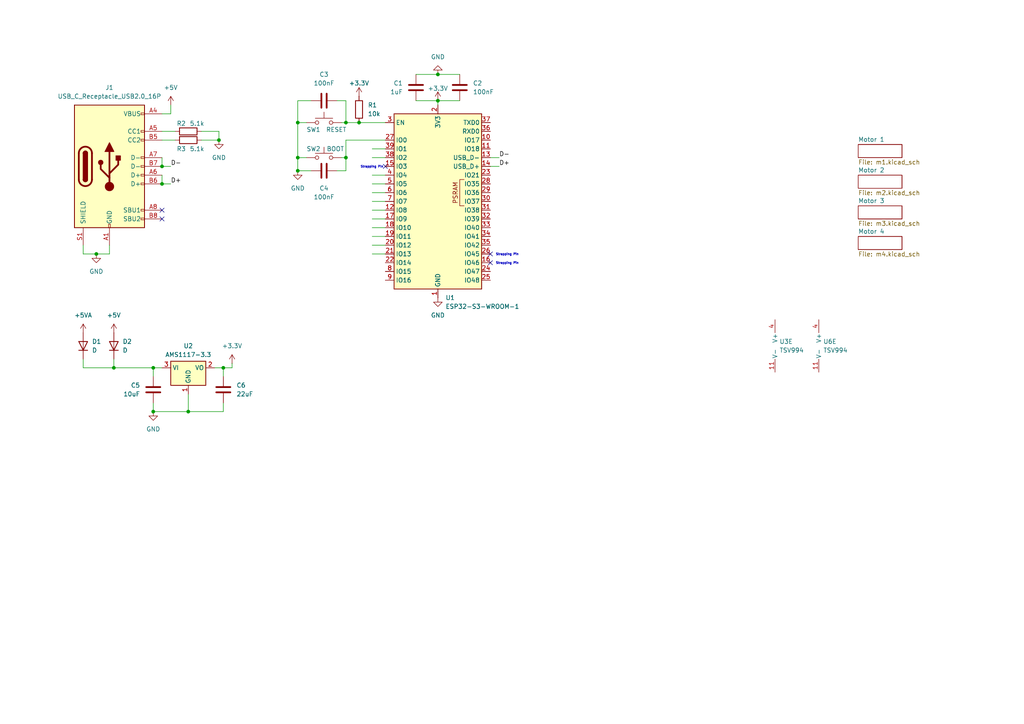
<source format=kicad_sch>
(kicad_sch (version 20231120) (generator "eeschema") (generator_version "8.0")
  (paper "A4")
  (lib_symbols
    (symbol "Amplifier_Operational:TSV994" (pin_names (offset 0.127))
      (property "Reference" "U" (at 0 5.08 0))
      (property "Value" "TSV994" (at 0 -5.08 0))
      (symbol "TSV994_1_1"
        (polyline (pts (xy -5.08 5.08) (xy 5.08 0) (xy -5.08 -5.08) (xy -5.08 5.08)) (stroke (width 0.254)) (fill (type background)))
        (pin output line (at 7.62 0 180) (length 2.54) (name "~") (number "1"))
        (pin input line (at -7.62 -2.54 0) (length 2.54) (name "-") (number "2"))
        (pin input line (at -7.62 2.54 0) (length 2.54) (name "+") (number "3"))
      )
      (symbol "TSV994_2_1"
        (polyline (pts (xy -5.08 5.08) (xy 5.08 0) (xy -5.08 -5.08) (xy -5.08 5.08)) (stroke (width 0.254)) (fill (type background)))
        (pin input line (at -7.62 2.54 0) (length 2.54) (name "+") (number "5"))
        (pin input line (at -7.62 -2.54 0) (length 2.54) (name "-") (number "6"))
        (pin output line (at 7.62 0 180) (length 2.54) (name "~") (number "7"))
      )
      (symbol "TSV994_3_1"
        (polyline (pts (xy -5.08 5.08) (xy 5.08 0) (xy -5.08 -5.08) (xy -5.08 5.08)) (stroke (width 0.254)) (fill (type background)))
        (pin input line (at -7.62 2.54 0) (length 2.54) (name "+") (number "10"))
        (pin output line (at 7.62 0 180) (length 2.54) (name "~") (number "8"))
        (pin input line (at -7.62 -2.54 0) (length 2.54) (name "-") (number "9"))
      )
      (symbol "TSV994_4_1"
        (polyline (pts (xy -5.08 5.08) (xy 5.08 0) (xy -5.08 -5.08) (xy -5.08 5.08)) (stroke (width 0.254)) (fill (type background)))
        (pin input line (at -7.62 2.54 0) (length 2.54) (name "+") (number "12"))
        (pin input line (at -7.62 -2.54 0) (length 2.54) (name "-") (number "13"))
        (pin output line (at 7.62 0 180) (length 2.54) (name "~") (number "14"))
      )
      (symbol "TSV994_5_1"
        (pin power_in line (at -2.54 -7.62 90) (length 3.81) (name "V-") (number "11"))
        (pin power_in line (at -2.54 7.62 270) (length 3.81) (name "V+") (number "4"))
      )
    )
    (symbol "Connector:USB_C_Receptacle_USB2.0_16P" (pin_names (offset 1.016))
      (property "Reference" "J" (at 0 22.225 0))
      (property "Value" "USB_C_Receptacle_USB2.0_16P" (at 0 19.685 0))
      (symbol "USB_C_Receptacle_USB2.0_16P_0_0"
        (rectangle (start -0.254 -17.78) (end 0.254 -16.764))
        (rectangle (start 10.16 -14.986) (end 9.144 -15.494))
        (rectangle (start 10.16 -12.446) (end 9.144 -12.954))
        (rectangle (start 10.16 -4.826) (end 9.144 -5.334))
        (rectangle (start 10.16 -2.286) (end 9.144 -2.794))
        (rectangle (start 10.16 0.254) (end 9.144 -0.254))
        (rectangle (start 10.16 2.794) (end 9.144 2.286))
        (rectangle (start 10.16 7.874) (end 9.144 7.366))
        (rectangle (start 10.16 10.414) (end 9.144 9.906))
        (rectangle (start 10.16 15.494) (end 9.144 14.986))
      )
      (symbol "USB_C_Receptacle_USB2.0_16P_0_1"
        (rectangle (start -10.16 17.78) (end 10.16 -17.78) (stroke (width 0.254)) (fill (type background)))
        (arc (start -8.89 -3.81) (mid -6.985 -5.7067) (end -5.08 -3.81) (stroke (width 0.508)))
        (arc (start -7.62 -3.81) (mid -6.985 -4.4423) (end -6.35 -3.81) (stroke (width 0.254)))
        (arc (start -7.62 -3.81) (mid -6.985 -4.4423) (end -6.35 -3.81) (stroke (width 0.254)) (fill (type outline)))
        (rectangle (start -7.62 -3.81) (end -6.35 3.81) (stroke (width 0.254)) (fill (type outline)))
        (arc (start -6.35 3.81) (mid -6.985 4.4423) (end -7.62 3.81) (stroke (width 0.254)))
        (arc (start -6.35 3.81) (mid -6.985 4.4423) (end -7.62 3.81) (stroke (width 0.254)) (fill (type outline)))
        (arc (start -5.08 3.81) (mid -6.985 5.7067) (end -8.89 3.81) (stroke (width 0.508)))
        (circle (center -2.54 1.143) (radius 0.635) (stroke (width 0.254)) (fill (type outline)))
        (circle (center 0 -5.842) (radius 1.27) (fill (type outline)))
        (polyline (pts (xy -8.89 -3.81) (xy -8.89 3.81)) (stroke (width 0.508)))
        (polyline (pts (xy -5.08 3.81) (xy -5.08 -3.81)) (stroke (width 0.508)))
        (polyline (pts (xy 0 -5.842) (xy 0 4.318)) (stroke (width 0.508)))
        (polyline (pts (xy 0 -3.302) (xy -2.54 -0.762) (xy -2.54 0.508)) (stroke (width 0.508)))
        (polyline (pts (xy 0 -2.032) (xy 2.54 0.508) (xy 2.54 1.778)) (stroke (width 0.508)))
        (polyline (pts (xy -1.27 4.318) (xy 0 6.858) (xy 1.27 4.318) (xy -1.27 4.318)) (stroke (width 0.254)) (fill (type outline)))
        (rectangle (start 1.905 1.778) (end 3.175 3.048) (stroke (width 0.254)) (fill (type outline)))
      )
      (symbol "USB_C_Receptacle_USB2.0_16P_1_1"
        (pin passive line (at 0 -22.86 90) (length 5.08) (name "GND") (number "A1"))
        (pin passive line (at 0 -22.86 90) (length 5.08) hide (name "GND") (number "A12"))
        (pin passive line (at 15.24 15.24 180) (length 5.08) (name "VBUS") (number "A4"))
        (pin bidirectional line (at 15.24 10.16 180) (length 5.08) (name "CC1") (number "A5"))
        (pin bidirectional line (at 15.24 -2.54 180) (length 5.08) (name "D+") (number "A6"))
        (pin bidirectional line (at 15.24 2.54 180) (length 5.08) (name "D-") (number "A7"))
        (pin bidirectional line (at 15.24 -12.7 180) (length 5.08) (name "SBU1") (number "A8"))
        (pin passive line (at 15.24 15.24 180) (length 5.08) hide (name "VBUS") (number "A9"))
        (pin passive line (at 0 -22.86 90) (length 5.08) hide (name "GND") (number "B1"))
        (pin passive line (at 0 -22.86 90) (length 5.08) hide (name "GND") (number "B12"))
        (pin passive line (at 15.24 15.24 180) (length 5.08) hide (name "VBUS") (number "B4"))
        (pin bidirectional line (at 15.24 7.62 180) (length 5.08) (name "CC2") (number "B5"))
        (pin bidirectional line (at 15.24 -5.08 180) (length 5.08) (name "D+") (number "B6"))
        (pin bidirectional line (at 15.24 0 180) (length 5.08) (name "D-") (number "B7"))
        (pin bidirectional line (at 15.24 -15.24 180) (length 5.08) (name "SBU2") (number "B8"))
        (pin passive line (at 15.24 15.24 180) (length 5.08) hide (name "VBUS") (number "B9"))
        (pin passive line (at -7.62 -22.86 90) (length 5.08) (name "SHIELD") (number "S1"))
      )
    )
    (symbol "Device:C" (pin_numbers hide) (pin_names (offset 0.254))
      (property "Reference" "C" (at 0.635 2.54 0))
      (property "Value" "C" (at 0.635 -2.54 0))
      (symbol "C_0_1"
        (polyline (pts (xy -2.032 -0.762) (xy 2.032 -0.762)) (stroke (width 0.508)))
        (polyline (pts (xy -2.032 0.762) (xy 2.032 0.762)) (stroke (width 0.508)))
      )
      (symbol "C_1_1"
        (pin passive line (at 0 3.81 270) (length 2.794) (name "~") (number "1"))
        (pin passive line (at 0 -3.81 90) (length 2.794) (name "~") (number "2"))
      )
    )
    (symbol "Device:D" (pin_numbers hide) (pin_names (offset 1.016) hide)
      (property "Reference" "D" (at 0 2.54 0))
      (property "Value" "D" (at 0 -2.54 0))
      (symbol "D_0_1"
        (polyline (pts (xy -1.27 1.27) (xy -1.27 -1.27)) (stroke (width 0.254)))
        (polyline (pts (xy 1.27 0) (xy -1.27 0)))
        (polyline (pts (xy 1.27 1.27) (xy 1.27 -1.27) (xy -1.27 0) (xy 1.27 1.27)) (stroke (width 0.254)))
      )
      (symbol "D_1_1"
        (pin passive line (at -3.81 0 0) (length 2.54) (name "K") (number "1"))
        (pin passive line (at 3.81 0 180) (length 2.54) (name "A") (number "2"))
      )
    )
    (symbol "Device:R" (pin_numbers hide) (pin_names (offset 0))
      (property "Reference" "R" (at 2.032 0 90))
      (property "Value" "R" (at 0 0 90))
      (symbol "R_0_1"
        (rectangle (start -1.016 -2.54) (end 1.016 2.54) (stroke (width 0.254)))
      )
      (symbol "R_1_1"
        (pin passive line (at 0 3.81 270) (length 1.27) (name "~") (number "1"))
        (pin passive line (at 0 -3.81 90) (length 1.27) (name "~") (number "2"))
      )
    )
    (symbol "RF_Module:ESP32-S3-WROOM-1"
      (property "Reference" "U" (at -12.7 26.67 0))
      (property "Value" "ESP32-S3-WROOM-1" (at 12.7 26.67 0))
      (symbol "ESP32-S3-WROOM-1_0_0"
        (rectangle (start -12.7 25.4) (end 12.7 -25.4) (stroke (width 0.254)) (fill (type background)))
        (text "PSRAM" (at 5.08 2.54 900) (effects (font (size 1.27 1.27))))
      )
      (symbol "ESP32-S3-WROOM-1_0_1"
        (polyline (pts (xy 7.62 -1.27) (xy 6.35 -1.27) (xy 6.35 6.35) (xy 7.62 6.35)))
      )
      (symbol "ESP32-S3-WROOM-1_1_1"
        (pin power_in line (at 0 -27.94 90) (length 2.54) (name "GND") (number "1"))
        (pin bidirectional line (at 15.24 17.78 180) (length 2.54) (name "IO17") (number "10"))
        (pin bidirectional line (at 15.24 15.24 180) (length 2.54) (name "IO18") (number "11"))
        (pin bidirectional line (at -15.24 -2.54 0) (length 2.54) (name "IO8") (number "12"))
        (pin bidirectional line (at 15.24 12.7 180) (length 2.54) (name "USB_D-") (number "13"))
        (pin bidirectional line (at 15.24 10.16 180) (length 2.54) (name "USB_D+") (number "14"))
        (pin bidirectional line (at -15.24 10.16 0) (length 2.54) (name "IO3") (number "15"))
        (pin bidirectional line (at 15.24 -17.78 180) (length 2.54) (name "IO46") (number "16"))
        (pin bidirectional line (at -15.24 -5.08 0) (length 2.54) (name "IO9") (number "17"))
        (pin bidirectional line (at -15.24 -7.62 0) (length 2.54) (name "IO10") (number "18"))
        (pin bidirectional line (at -15.24 -10.16 0) (length 2.54) (name "IO11") (number "19"))
        (pin power_in line (at 0 27.94 270) (length 2.54) (name "3V3") (number "2"))
        (pin bidirectional line (at -15.24 -12.7 0) (length 2.54) (name "IO12") (number "20"))
        (pin bidirectional line (at -15.24 -15.24 0) (length 2.54) (name "IO13") (number "21"))
        (pin bidirectional line (at -15.24 -17.78 0) (length 2.54) (name "IO14") (number "22"))
        (pin bidirectional line (at 15.24 7.62 180) (length 2.54) (name "IO21") (number "23"))
        (pin bidirectional line (at 15.24 -20.32 180) (length 2.54) (name "IO47") (number "24"))
        (pin bidirectional line (at 15.24 -22.86 180) (length 2.54) (name "IO48") (number "25"))
        (pin bidirectional line (at 15.24 -15.24 180) (length 2.54) (name "IO45") (number "26"))
        (pin bidirectional line (at -15.24 17.78 0) (length 2.54) (name "IO0") (number "27"))
        (pin bidirectional line (at 15.24 5.08 180) (length 2.54) (name "IO35") (number "28"))
        (pin bidirectional line (at 15.24 2.54 180) (length 2.54) (name "IO36") (number "29"))
        (pin input line (at -15.24 22.86 0) (length 2.54) (name "EN") (number "3"))
        (pin bidirectional line (at 15.24 0 180) (length 2.54) (name "IO37") (number "30"))
        (pin bidirectional line (at 15.24 -2.54 180) (length 2.54) (name "IO38") (number "31"))
        (pin bidirectional line (at 15.24 -5.08 180) (length 2.54) (name "IO39") (number "32"))
        (pin bidirectional line (at 15.24 -7.62 180) (length 2.54) (name "IO40") (number "33"))
        (pin bidirectional line (at 15.24 -10.16 180) (length 2.54) (name "IO41") (number "34"))
        (pin bidirectional line (at 15.24 -12.7 180) (length 2.54) (name "IO42") (number "35"))
        (pin bidirectional line (at 15.24 20.32 180) (length 2.54) (name "RXD0") (number "36"))
        (pin bidirectional line (at 15.24 22.86 180) (length 2.54) (name "TXD0") (number "37"))
        (pin bidirectional line (at -15.24 12.7 0) (length 2.54) (name "IO2") (number "38"))
        (pin bidirectional line (at -15.24 15.24 0) (length 2.54) (name "IO1") (number "39"))
        (pin bidirectional line (at -15.24 7.62 0) (length 2.54) (name "IO4") (number "4"))
        (pin passive line (at 0 -27.94 90) (length 2.54) hide (name "GND") (number "40"))
        (pin passive line (at 0 -27.94 90) (length 2.54) hide (name "GND") (number "41"))
        (pin bidirectional line (at -15.24 5.08 0) (length 2.54) (name "IO5") (number "5"))
        (pin bidirectional line (at -15.24 2.54 0) (length 2.54) (name "IO6") (number "6"))
        (pin bidirectional line (at -15.24 0 0) (length 2.54) (name "IO7") (number "7"))
        (pin bidirectional line (at -15.24 -20.32 0) (length 2.54) (name "IO15") (number "8"))
        (pin bidirectional line (at -15.24 -22.86 0) (length 2.54) (name "IO16") (number "9"))
      )
    )
    (symbol "Regulator_Linear:AMS1117-3.3"
      (property "Reference" "U" (at -3.81 3.175 0))
      (property "Value" "AMS1117-3.3" (at 0 3.175 0))
      (symbol "AMS1117-3.3_0_1"
        (rectangle (start -5.08 -5.08) (end 5.08 1.905) (stroke (width 0.254)) (fill (type background)))
      )
      (symbol "AMS1117-3.3_1_1"
        (pin power_in line (at 0 -7.62 90) (length 2.54) (name "GND") (number "1"))
        (pin power_out line (at 7.62 0 180) (length 2.54) (name "VO") (number "2"))
        (pin power_in line (at -7.62 0 0) (length 2.54) (name "VI") (number "3"))
      )
    )
    (symbol "Switch:SW_Push" (pin_numbers hide) (pin_names (offset 1.016) hide)
      (property "Reference" "SW" (at 1.27 2.54 0))
      (property "Value" "SW_Push" (at 0 -1.524 0))
      (symbol "SW_Push_0_1"
        (circle (center -2.032 0) (radius 0.508))
        (polyline (pts (xy 0 1.27) (xy 0 3.048)))
        (polyline (pts (xy 2.54 1.27) (xy -2.54 1.27)))
        (circle (center 2.032 0) (radius 0.508))
        (pin passive line (at -5.08 0 0) (length 2.54) (name "1") (number "1"))
        (pin passive line (at 5.08 0 180) (length 2.54) (name "2") (number "2"))
      )
    )
    (symbol "power:+3.3V" (power) (pin_numbers hide) (pin_names (offset 0) hide)
      (property "Value" "+3.3V" (at 0 3.556 0))
      (symbol "+3.3V_0_1"
        (polyline (pts (xy -0.762 1.27) (xy 0 2.54)))
        (polyline (pts (xy 0 0) (xy 0 2.54)))
        (polyline (pts (xy 0 2.54) (xy 0.762 1.27)))
      )
      (symbol "+3.3V_1_1"
        (pin power_in line (at 0 0 90) (length 0) (name "~") (number "1"))
      )
    )
    (symbol "power:+5V" (power) (pin_numbers hide) (pin_names (offset 0) hide)
      (property "Value" "+5V" (at 0 3.556 0))
      (symbol "+5V_0_1"
        (polyline (pts (xy -0.762 1.27) (xy 0 2.54)))
        (polyline (pts (xy 0 0) (xy 0 2.54)))
        (polyline (pts (xy 0 2.54) (xy 0.762 1.27)))
      )
      (symbol "+5V_1_1"
        (pin power_in line (at 0 0 90) (length 0) (name "~") (number "1"))
      )
    )
    (symbol "power:+5VA" (power) (pin_numbers hide) (pin_names (offset 0) hide)
      (property "Value" "+5VA" (at 0 3.556 0))
      (symbol "+5VA_0_1"
        (polyline (pts (xy -0.762 1.27) (xy 0 2.54)))
        (polyline (pts (xy 0 0) (xy 0 2.54)))
        (polyline (pts (xy 0 2.54) (xy 0.762 1.27)))
      )
      (symbol "+5VA_1_1"
        (pin power_in line (at 0 0 90) (length 0) (name "~") (number "1"))
      )
    )
    (symbol "power:GND" (power) (pin_numbers hide) (pin_names (offset 0) hide)
      (property "Value" "GND" (at 0 -3.81 0))
      (symbol "GND_0_1"
        (polyline (pts (xy 0 0) (xy 0 -1.27) (xy 1.27 -1.27) (xy 0 -2.54) (xy -1.27 -1.27) (xy 0 -1.27)))
      )
      (symbol "GND_1_1"
        (pin power_in line (at 0 0 270) (length 0) (name "~") (number "1"))
      )
    )
  )
  (junction (at 104.14 35.56))
  (junction (at 44.45 106.68))
  (junction (at 63.5 40.64))
  (junction (at 127 29.21))
  (junction (at 127 21.59))
  (junction (at 100.33 45.72))
  (junction (at 86.36 35.56))
  (junction (at 44.45 119.38))
  (junction (at 54.61 119.38))
  (junction (at 86.36 49.53))
  (junction (at 33.02 106.68))
  (junction (at 46.99 48.26))
  (junction (at 27.94 73.66))
  (junction (at 86.36 45.72))
  (junction (at 100.33 35.56))
  (junction (at 46.99 53.34))
  (junction (at 64.77 106.68))
  (no_connect (at 142.24 73.66))
  (no_connect (at 111.76 48.26))
  (no_connect (at 46.99 63.5))
  (no_connect (at 46.99 60.96))
  (no_connect (at 142.24 76.2))
  (wire (pts (xy 104.14 35.56) (xy 111.76 35.56)))
  (wire (pts (xy 97.79 29.21) (xy 100.33 29.21)))
  (wire (pts (xy 46.99 53.34) (xy 49.53 53.34)))
  (wire (pts (xy 86.36 29.21) (xy 86.36 35.56)))
  (wire (pts (xy 58.42 38.1) (xy 63.5 38.1)))
  (wire (pts (xy 33.02 106.68) (xy 44.45 106.68)))
  (wire (pts (xy 100.33 29.21) (xy 100.33 35.56)))
  (wire (pts (xy 120.65 21.59) (xy 127 21.59)))
  (wire (pts (xy 63.5 38.1) (xy 63.5 40.64)))
  (wire (pts (xy 99.06 35.56) (xy 100.33 35.56)))
  (wire (pts (xy 24.13 104.14) (xy 24.13 106.68)))
  (wire (pts (xy 86.36 49.53) (xy 90.17 49.53)))
  (wire (pts (xy 54.61 114.3) (xy 54.61 119.38)))
  (wire (pts (xy 100.33 40.64) (xy 100.33 45.72)))
  (wire (pts (xy 127 21.59) (xy 133.35 21.59)))
  (wire (pts (xy 120.65 29.21) (xy 127 29.21)))
  (wire (pts (xy 33.02 104.14) (xy 33.02 106.68)))
  (wire (pts (xy 97.79 49.53) (xy 100.33 49.53)))
  (wire (pts (xy 54.61 119.38) (xy 64.77 119.38)))
  (wire (pts (xy 46.99 53.34) (xy 46.99 50.8)))
  (wire (pts (xy 67.31 106.68) (xy 67.31 105.41)))
  (wire (pts (xy 31.75 73.66) (xy 31.75 71.12)))
  (wire (pts (xy 107.95 53.34) (xy 111.76 53.34)))
  (wire (pts (xy 111.76 40.64) (xy 100.33 40.64)))
  (wire (pts (xy 44.45 116.84) (xy 44.45 119.38)))
  (wire (pts (xy 100.33 49.53) (xy 100.33 45.72)))
  (wire (pts (xy 107.95 63.5) (xy 111.76 63.5)))
  (wire (pts (xy 88.9 45.72) (xy 86.36 45.72)))
  (wire (pts (xy 58.42 40.64) (xy 63.5 40.64)))
  (wire (pts (xy 144.78 45.72) (xy 142.24 45.72)))
  (wire (pts (xy 44.45 109.22) (xy 44.45 106.68)))
  (wire (pts (xy 24.13 73.66) (xy 27.94 73.66)))
  (wire (pts (xy 46.99 38.1) (xy 50.8 38.1)))
  (wire (pts (xy 86.36 35.56) (xy 86.36 45.72)))
  (wire (pts (xy 46.99 33.02) (xy 49.53 33.02)))
  (wire (pts (xy 46.99 48.26) (xy 46.99 45.72)))
  (wire (pts (xy 107.95 60.96) (xy 111.76 60.96)))
  (wire (pts (xy 86.36 35.56) (xy 88.9 35.56)))
  (wire (pts (xy 44.45 106.68) (xy 46.99 106.68)))
  (wire (pts (xy 64.77 106.68) (xy 67.31 106.68)))
  (wire (pts (xy 107.95 68.58) (xy 111.76 68.58)))
  (wire (pts (xy 107.95 50.8) (xy 111.76 50.8)))
  (wire (pts (xy 64.77 106.68) (xy 64.77 109.22)))
  (wire (pts (xy 144.78 48.26) (xy 142.24 48.26)))
  (wire (pts (xy 107.95 43.18) (xy 111.76 43.18)))
  (wire (pts (xy 127 29.21) (xy 127 30.48)))
  (wire (pts (xy 46.99 40.64) (xy 50.8 40.64)))
  (wire (pts (xy 107.95 71.12) (xy 111.76 71.12)))
  (wire (pts (xy 27.94 73.66) (xy 31.75 73.66)))
  (wire (pts (xy 100.33 35.56) (xy 104.14 35.56)))
  (wire (pts (xy 107.95 58.42) (xy 111.76 58.42)))
  (wire (pts (xy 127 29.21) (xy 133.35 29.21)))
  (wire (pts (xy 62.23 106.68) (xy 64.77 106.68)))
  (wire (pts (xy 46.99 48.26) (xy 49.53 48.26)))
  (wire (pts (xy 24.13 106.68) (xy 33.02 106.68)))
  (wire (pts (xy 107.95 73.66) (xy 111.76 73.66)))
  (wire (pts (xy 64.77 119.38) (xy 64.77 116.84)))
  (wire (pts (xy 44.45 119.38) (xy 54.61 119.38)))
  (wire (pts (xy 86.36 45.72) (xy 86.36 49.53)))
  (wire (pts (xy 49.53 33.02) (xy 49.53 30.48)))
  (wire (pts (xy 24.13 71.12) (xy 24.13 73.66)))
  (wire (pts (xy 86.36 29.21) (xy 90.17 29.21)))
  (wire (pts (xy 107.95 45.72) (xy 111.76 45.72)))
  (wire (pts (xy 107.95 55.88) (xy 111.76 55.88)))
  (wire (pts (xy 99.06 45.72) (xy 100.33 45.72)))
  (wire (pts (xy 107.95 66.04) (xy 111.76 66.04)))
  (text "Strapping Pin" (at 143.764 76.454 0) (effects (font (size 0.635 0.635)) (justify left)))
  (text "Strapping Pin" (at 111.252 48.514 0) (effects (font (size 0.635 0.635)) (justify right)))
  (text "Strapping Pin" (at 143.764 73.914 0) (effects (font (size 0.635 0.635)) (justify left)))
  (label "D-" (at 144.78 45.72 0))
  (label "D+" (at 49.53 53.34 0))
  (label "D-" (at 49.53 48.26 0))
  (label "D+" (at 144.78 48.26 0))
  (symbol (lib_id "Device:C") (at 133.35 25.4 180) (unit 1)
    (property "Reference" "C2" (at 137.16 24.1299 0) (effects (justify right)))
    (property "Value" "100nF" (at 137.16 26.6699 0) (effects (justify right)))
    (property "Description" "Unpolarized capacitor" (effects (hide yes)))
  )
  (symbol (lib_id "power:+3.3V") (at 104.14 27.94 0) (unit 1)
    (property "Reference" "#PWR02" (effects (hide yes)))
    (property "Value" "+3.3V" (at 104.14 24.13 0))
    (property "Description" "Power symbol creates a global label with name \"+3.3V\"" (effects (hide yes)))
  )
  (symbol (lib_id "power:GND") (at 86.36 49.53 0) (unit 1)
    (property "Reference" "#PWR06" (effects (hide yes)))
    (property "Value" "GND" (at 86.36 54.61 0))
    (property "Description" "Power symbol creates a global label with name \"GND\" , ground" (effects (hide yes)))
  )
  (symbol (lib_id "power:+5V") (at 33.02 96.52 0) (unit 1)
    (property "Reference" "#PWR010" (effects (hide yes)))
    (property "Value" "+5V" (at 33.02 91.44 0))
    (property "Description" "Power symbol creates a global label with name \"+5V\"" (effects (hide yes)))
  )
  (symbol (lib_id "Device:D") (at 24.13 100.33 90) (unit 1)
    (property "Reference" "D1" (at 26.67 99.0599 90) (effects (justify right)))
    (property "Value" "D" (at 26.67 101.5999 90) (effects (justify right)))
    (property "Description" "Diode" (effects (hide yes)))
    (property "Sim.Device" "D" (effects (hide yes)))
    (property "Sim.Pins" "1=K 2=A" (effects (hide yes)))
  )
  (symbol (lib_id "power:GND") (at 127 21.59 180) (unit 1)
    (property "Reference" "#PWR01" (effects (hide yes)))
    (property "Value" "GND" (at 127 16.51 0))
    (property "Description" "Power symbol creates a global label with name \"GND\" , ground" (effects (hide yes)))
  )
  (symbol (lib_id "Device:C") (at 44.45 113.03 0) (unit 1)
    (property "Reference" "C5" (at 40.64 111.7599 0) (effects (justify right)))
    (property "Value" "10uF" (at 40.64 114.2999 0) (effects (justify right)))
    (property "Description" "Unpolarized capacitor" (effects (hide yes)))
  )
  (symbol (lib_id "power:+5V") (at 49.53 30.48 0) (unit 1)
    (property "Reference" "#PWR04" (effects (hide yes)))
    (property "Value" "+5V" (at 49.53 25.4 0))
    (property "Description" "Power symbol creates a global label with name \"+5V\"" (effects (hide yes)))
  )
  (symbol (lib_id "power:GND") (at 127 86.36 0) (unit 1)
    (property "Reference" "#PWR08" (effects (hide yes)))
    (property "Value" "GND" (at 127 91.44 0))
    (property "Description" "Power symbol creates a global label with name \"GND\" , ground" (effects (hide yes)))
  )
  (symbol (lib_id "Connector:USB_C_Receptacle_USB2.0_16P") (at 31.75 48.26 0) (unit 1)
    (property "Reference" "J1" (at 31.75 25.4 0))
    (property "Value" "USB_C_Receptacle_USB2.0_16P" (at 31.75 27.94 0))
    (property "Datasheet" "https://www.usb.org/sites/default/files/documents/usb_type-c.zip" (effects (hide yes)))
    (property "Description" "USB 2.0-only 16P Type-C Receptacle connector" (effects (hide yes)))
  )
  (symbol (lib_id "Device:C") (at 93.98 29.21 90) (unit 1)
    (property "Reference" "C3" (at 93.98 21.59 90))
    (property "Value" "100nF" (at 93.98 24.13 90))
    (property "Description" "Unpolarized capacitor" (effects (hide yes)))
  )
  (symbol (lib_id "Device:R") (at 54.61 38.1 90) (unit 1)
    (property "Reference" "R2" (at 52.578 35.814 90))
    (property "Value" "5.1k" (at 57.15 35.814 90))
    (property "Description" "Resistor" (effects (hide yes)))
  )
  (symbol (lib_id "Amplifier_Operational:TSV994") (at 227.33 100.33 0) (unit 5)
    (property "Reference" "U3" (at 226.06 99.0599 0) (effects (justify left)))
    (property "Value" "TSV994" (at 226.06 101.5999 0) (effects (justify left)))
    (property "Datasheet" "https://www.st.com/resource/en/datasheet/tsv994.pdf" (effects (hide yes)))
    (property "Description" "Quad Rail-to-rail, 20 MHz GBP, operational amplifiers, SOIC-14/TSSOP-14" (effects (hide yes)))
  )
  (symbol (lib_id "power:GND") (at 44.45 119.38 0) (unit 1)
    (property "Reference" "#PWR012" (effects (hide yes)))
    (property "Value" "GND" (at 44.45 124.46 0))
    (property "Description" "Power symbol creates a global label with name \"GND\" , ground" (effects (hide yes)))
  )
  (symbol (lib_id "power:+3.3V") (at 127 29.21 0) (unit 1)
    (property "Reference" "#PWR03" (effects (hide yes)))
    (property "Value" "+3.3V" (at 127 25.654 0))
    (property "Description" "Power symbol creates a global label with name \"+3.3V\"" (effects (hide yes)))
  )
  (symbol (lib_id "Device:C") (at 93.98 49.53 270) (unit 1)
    (property "Reference" "C4" (at 93.98 54.61 90))
    (property "Value" "100nF" (at 93.98 57.15 90))
    (property "Description" "Unpolarized capacitor" (effects (hide yes)))
  )
  (symbol (lib_id "Device:D") (at 33.02 100.33 90) (unit 1)
    (property "Reference" "D2" (at 35.56 99.0599 90) (effects (justify right)))
    (property "Value" "D" (at 35.56 101.5999 90) (effects (justify right)))
    (property "Description" "Diode" (effects (hide yes)))
    (property "Sim.Device" "D" (effects (hide yes)))
    (property "Sim.Pins" "1=K 2=A" (effects (hide yes)))
  )
  (symbol (lib_id "Switch:SW_Push") (at 93.98 45.72 0) (unit 1)
    (property "Reference" "SW2" (at 90.932 43.18 0))
    (property "Value" "BOOT" (at 97.282 43.18 0))
    (property "Description" "Push button switch, generic, two pins" (effects (hide yes)))
  )
  (symbol (lib_id "Regulator_Linear:AMS1117-3.3") (at 54.61 106.68 0) (unit 1)
    (property "Reference" "U2" (at 54.61 100.33 0))
    (property "Value" "AMS1117-3.3" (at 54.61 102.87 0))
    (property "Footprint" "Package_TO_SOT_SMD:SOT-223-3_TabPin2" (effects (hide yes)))
    (property "Datasheet" "http://www.advanced-monolithic.com/pdf/ds1117.pdf" (effects (hide yes)))
    (property "Description" "1A Low Dropout regulator, positive, 3.3V fixed output, SOT-223" (effects (hide yes)))
  )
  (symbol (lib_id "power:+5VA") (at 24.13 96.52 0) (unit 1)
    (property "Reference" "#PWR09" (effects (hide yes)))
    (property "Value" "+5VA" (at 24.13 91.44 0))
    (property "Description" "Power symbol creates a global label with name \"+5VA\"" (effects (hide yes)))
  )
  (symbol (lib_id "Amplifier_Operational:TSV994") (at 240.03 100.33 0) (unit 5)
    (property "Reference" "U6" (at 238.76 99.0599 0) (effects (justify left)))
    (property "Value" "TSV994" (at 238.76 101.5999 0) (effects (justify left)))
    (property "Datasheet" "https://www.st.com/resource/en/datasheet/tsv994.pdf" (effects (hide yes)))
    (property "Description" "Quad Rail-to-rail, 20 MHz GBP, operational amplifiers, SOIC-14/TSSOP-14" (effects (hide yes)))
  )
  (symbol (lib_id "Device:C") (at 64.77 113.03 0) (unit 1)
    (property "Reference" "C6" (at 68.58 111.7599 0) (effects (justify left)))
    (property "Value" "22uF" (at 68.58 114.2999 0) (effects (justify left)))
    (property "Description" "Unpolarized capacitor" (effects (hide yes)))
  )
  (symbol (lib_id "Device:C") (at 120.65 25.4 180) (unit 1)
    (property "Reference" "C1" (at 116.84 24.1299 0) (effects (justify left)))
    (property "Value" "1uF" (at 116.84 26.6699 0) (effects (justify left)))
    (property "Description" "Unpolarized capacitor" (effects (hide yes)))
  )
  (symbol (lib_id "RF_Module:ESP32-S3-WROOM-1") (at 127 58.42 0) (unit 1)
    (property "Reference" "U1" (at 129.1941 86.36 0) (effects (justify left)))
    (property "Value" "ESP32-S3-WROOM-1" (at 129.1941 88.9 0) (effects (justify left)))
    (property "Footprint" "RF_Module:ESP32-S3-WROOM-1" (effects (hide yes)))
    (property "Datasheet" "https://www.espressif.com/sites/default/files/documentation/esp32-s3-wroom-1_wroom-1u_datasheet_en.pdf" (effects (hide yes)))
    (property "Description" "RF Module, ESP32-S3 SoC, Wi-Fi 802.11b/g/n, Bluetooth, BLE, 32-bit, 3.3V, onboard antenna, SMD" (effects (hide yes)))
  )
  (symbol (lib_id "Device:R") (at 54.61 40.64 270) (unit 1)
    (property "Reference" "R3" (at 52.578 43.18 90))
    (property "Value" "5.1k" (at 57.15 43.18 90))
    (property "Description" "Resistor" (effects (hide yes)))
  )
  (symbol (lib_id "Device:R") (at 104.14 31.75 0) (unit 1)
    (property "Reference" "R1" (at 106.68 30.4799 0) (effects (justify left)))
    (property "Value" "10k" (at 106.68 33.0199 0) (effects (justify left)))
    (property "Description" "Resistor" (effects (hide yes)))
  )
  (symbol (lib_id "power:GND") (at 63.5 40.64 0) (unit 1)
    (property "Reference" "#PWR05" (effects (hide yes)))
    (property "Value" "GND" (at 63.5 45.72 0))
    (property "Description" "Power symbol creates a global label with name \"GND\" , ground" (effects (hide yes)))
  )
  (symbol (lib_id "Switch:SW_Push") (at 93.98 35.56 0) (unit 1)
    (property "Reference" "SW1" (at 90.932 37.592 0))
    (property "Value" "RESET" (at 97.536 37.592 0))
    (property "Description" "Push button switch, generic, two pins" (effects (hide yes)))
  )
  (symbol (lib_id "power:GND") (at 27.94 73.66 0) (unit 1)
    (property "Reference" "#PWR07" (effects (hide yes)))
    (property "Value" "GND" (at 27.94 78.74 0))
    (property "Description" "Power symbol creates a global label with name \"GND\" , ground" (effects (hide yes)))
  )
  (symbol (lib_id "power:+3.3V") (at 67.31 105.41 0) (unit 1)
    (property "Reference" "#PWR011" (effects (hide yes)))
    (property "Value" "+3.3V" (at 67.31 100.33 0))
    (property "Description" "Power symbol creates a global label with name \"+3.3V\"" (effects (hide yes)))
  )
  (sheet (at 248.92 68.58) (size 12.7 3.81) (stroke (width 0.1524))
    (property "Sheetname" "Motor 4" (at 248.92 67.8684 0) (effects (justify left bottom)))
    (property "Sheetfile" "m4.kicad_sch" (at 248.92 72.9746 0) (effects (justify left top)))
  )
  (sheet (at 248.92 41.91) (size 12.7 3.81) (stroke (width 0.1524))
    (property "Sheetname" "Motor 1" (at 248.92 41.1984 0) (effects (justify left bottom)))
    (property "Sheetfile" "m1.kicad_sch" (at 248.92 46.3046 0) (effects (justify left top)))
  )
  (sheet (at 248.92 59.69) (size 12.7 3.81) (stroke (width 0.1524))
    (property "Sheetname" "Motor 3" (at 248.92 58.9784 0) (effects (justify left bottom)))
    (property "Sheetfile" "m3.kicad_sch" (at 248.92 64.0846 0) (effects (justify left top)))
  )
  (sheet (at 248.92 50.8) (size 12.7 3.81) (stroke (width 0.1524))
    (property "Sheetname" "Motor 2" (at 248.92 50.0884 0) (effects (justify left bottom)))
    (property "Sheetfile" "m2.kicad_sch" (at 248.92 55.1946 0) (effects (justify left top)))
  )
)
</source>
